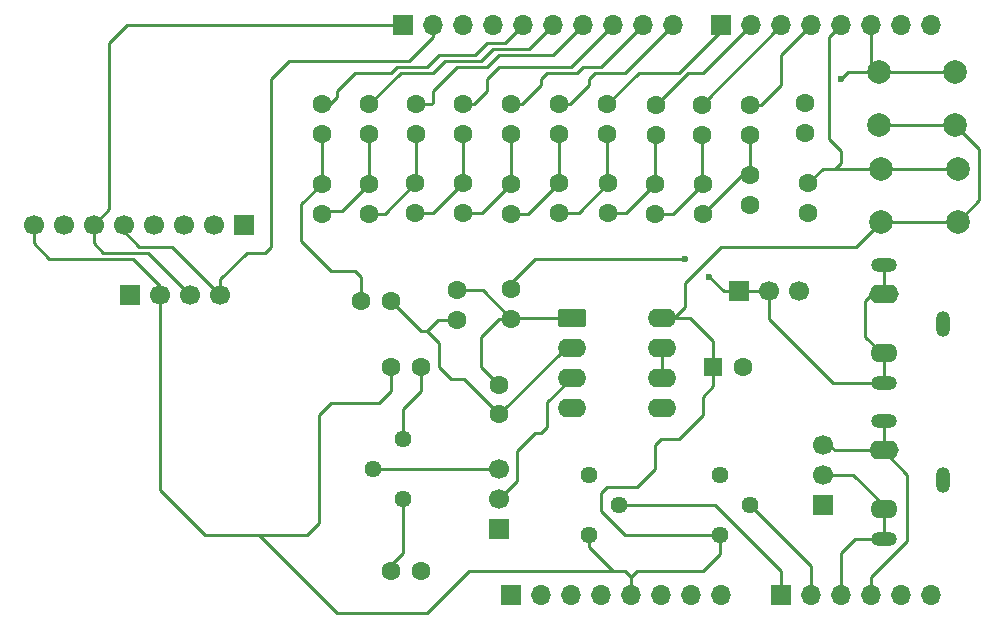
<source format=gbr>
%TF.GenerationSoftware,KiCad,Pcbnew,9.0.7*%
%TF.CreationDate,2026-02-15T19:22:42-07:00*%
%TF.ProjectId,PCB_Project,5043425f-5072-46f6-9a65-63742e6b6963,rev?*%
%TF.SameCoordinates,Original*%
%TF.FileFunction,Copper,L1,Top*%
%TF.FilePolarity,Positive*%
%FSLAX46Y46*%
G04 Gerber Fmt 4.6, Leading zero omitted, Abs format (unit mm)*
G04 Created by KiCad (PCBNEW 9.0.7) date 2026-02-15 19:22:42*
%MOMM*%
%LPD*%
G01*
G04 APERTURE LIST*
G04 Aperture macros list*
%AMRoundRect*
0 Rectangle with rounded corners*
0 $1 Rounding radius*
0 $2 $3 $4 $5 $6 $7 $8 $9 X,Y pos of 4 corners*
0 Add a 4 corners polygon primitive as box body*
4,1,4,$2,$3,$4,$5,$6,$7,$8,$9,$2,$3,0*
0 Add four circle primitives for the rounded corners*
1,1,$1+$1,$2,$3*
1,1,$1+$1,$4,$5*
1,1,$1+$1,$6,$7*
1,1,$1+$1,$8,$9*
0 Add four rect primitives between the rounded corners*
20,1,$1+$1,$2,$3,$4,$5,0*
20,1,$1+$1,$4,$5,$6,$7,0*
20,1,$1+$1,$6,$7,$8,$9,0*
20,1,$1+$1,$8,$9,$2,$3,0*%
G04 Aperture macros list end*
%TA.AperFunction,ComponentPad*%
%ADD10O,2.200000X1.200000*%
%TD*%
%TA.AperFunction,ComponentPad*%
%ADD11O,2.300000X1.600000*%
%TD*%
%TA.AperFunction,ComponentPad*%
%ADD12O,1.200000X2.200000*%
%TD*%
%TA.AperFunction,ComponentPad*%
%ADD13O,2.500000X1.600000*%
%TD*%
%TA.AperFunction,ComponentPad*%
%ADD14R,1.700000X1.700000*%
%TD*%
%TA.AperFunction,ComponentPad*%
%ADD15O,1.700000X1.700000*%
%TD*%
%TA.AperFunction,ComponentPad*%
%ADD16C,1.600000*%
%TD*%
%TA.AperFunction,ComponentPad*%
%ADD17C,1.700000*%
%TD*%
%TA.AperFunction,ComponentPad*%
%ADD18C,1.440000*%
%TD*%
%TA.AperFunction,ComponentPad*%
%ADD19RoundRect,0.250000X-0.550000X-0.550000X0.550000X-0.550000X0.550000X0.550000X-0.550000X0.550000X0*%
%TD*%
%TA.AperFunction,ComponentPad*%
%ADD20RoundRect,0.250000X-0.950000X-0.550000X0.950000X-0.550000X0.950000X0.550000X-0.950000X0.550000X0*%
%TD*%
%TA.AperFunction,ComponentPad*%
%ADD21O,2.400000X1.600000*%
%TD*%
%TA.AperFunction,ComponentPad*%
%ADD22C,2.000000*%
%TD*%
%TA.AperFunction,ViaPad*%
%ADD23C,0.600000*%
%TD*%
%TA.AperFunction,Conductor*%
%ADD24C,0.250000*%
%TD*%
G04 APERTURE END LIST*
D10*
%TO.P,J11,R*%
%TO.N,/AUDIO_OUT*%
X159516000Y-79520000D03*
D11*
%TO.P,J11,RN*%
X159516000Y-77020000D03*
D12*
%TO.P,J11,S*%
%TO.N,GND*%
X164516000Y-74520000D03*
D10*
%TO.P,J11,T*%
%TO.N,/AUDIO_OUT*%
X159516000Y-69520000D03*
D13*
%TO.P,J11,TN*%
X159516000Y-72020000D03*
%TD*%
D10*
%TO.P,J10,R*%
%TO.N,/IN_RIGHT*%
X159516000Y-92728000D03*
D11*
%TO.P,J10,RN*%
X159516000Y-90228000D03*
D12*
%TO.P,J10,S*%
%TO.N,GND*%
X164516000Y-87728000D03*
D10*
%TO.P,J10,T*%
%TO.N,/IN_LEFT*%
X159516000Y-82728000D03*
D13*
%TO.P,J10,TN*%
X159516000Y-85228000D03*
%TD*%
D14*
%TO.P,J1,1,Pin_1*%
%TO.N,unconnected-(J1-Pin_1-Pad1)*%
X127940000Y-97460000D03*
D15*
%TO.P,J1,2,Pin_2*%
%TO.N,/IOREF*%
X130480000Y-97460000D03*
%TO.P,J1,3,Pin_3*%
%TO.N,/~{RESET}*%
X133020000Y-97460000D03*
%TO.P,J1,4,Pin_4*%
%TO.N,+3V3*%
X135560000Y-97460000D03*
%TO.P,J1,5,Pin_5*%
%TO.N,+5V*%
X138100000Y-97460000D03*
%TO.P,J1,6,Pin_6*%
%TO.N,GND*%
X140640000Y-97460000D03*
%TO.P,J1,7,Pin_7*%
X143180000Y-97460000D03*
%TO.P,J1,8,Pin_8*%
%TO.N,VCC*%
X145720000Y-97460000D03*
%TD*%
D14*
%TO.P,J3,1,Pin_1*%
%TO.N,/A0*%
X150800000Y-97460000D03*
D15*
%TO.P,J3,2,Pin_2*%
%TO.N,/A1*%
X153340000Y-97460000D03*
%TO.P,J3,3,Pin_3*%
%TO.N,/IN_RIGHT*%
X155880000Y-97460000D03*
%TO.P,J3,4,Pin_4*%
%TO.N,/IN_LEFT*%
X158420000Y-97460000D03*
%TO.P,J3,5,Pin_5*%
%TO.N,/SDA{slash}A4*%
X160960000Y-97460000D03*
%TO.P,J3,6,Pin_6*%
%TO.N,/SCL{slash}A5*%
X163500000Y-97460000D03*
%TD*%
D14*
%TO.P,J2,1,Pin_1*%
%TO.N,/SCL*%
X118796000Y-49200000D03*
D15*
%TO.P,J2,2,Pin_2*%
%TO.N,/SDA*%
X121336000Y-49200000D03*
%TO.P,J2,3,Pin_3*%
%TO.N,/AREF*%
X123876000Y-49200000D03*
%TO.P,J2,4,Pin_4*%
%TO.N,GND*%
X126416000Y-49200000D03*
%TO.P,J2,5,Pin_5*%
%TO.N,/D9*%
X128956000Y-49200000D03*
%TO.P,J2,6,Pin_6*%
%TO.N,/D8*%
X131496000Y-49200000D03*
%TO.P,J2,7,Pin_7*%
%TO.N,/D7*%
X134036000Y-49200000D03*
%TO.P,J2,8,Pin_8*%
%TO.N,/D6*%
X136576000Y-49200000D03*
%TO.P,J2,9,Pin_9*%
%TO.N,/D5*%
X139116000Y-49200000D03*
%TO.P,J2,10,Pin_10*%
%TO.N,/D4*%
X141656000Y-49200000D03*
%TD*%
D14*
%TO.P,J4,1,Pin_1*%
%TO.N,/D3*%
X145720000Y-49200000D03*
D15*
%TO.P,J4,2,Pin_2*%
%TO.N,/D2*%
X148260000Y-49200000D03*
%TO.P,J4,3,Pin_3*%
%TO.N,/D1*%
X150800000Y-49200000D03*
%TO.P,J4,4,Pin_4*%
%TO.N,/D0*%
X153340000Y-49200000D03*
%TO.P,J4,5,Pin_5*%
%TO.N,/BT2*%
X155880000Y-49200000D03*
%TO.P,J4,6,Pin_6*%
%TO.N,/BT1*%
X158420000Y-49200000D03*
%TO.P,J4,7,Pin_7*%
%TO.N,/TX{slash}1*%
X160960000Y-49200000D03*
%TO.P,J4,8,Pin_8*%
%TO.N,/RX{slash}0*%
X163500000Y-49200000D03*
%TD*%
D16*
%TO.P,R19,1*%
%TO.N,Net-(R19-Pad1)*%
X115870000Y-62680000D03*
%TO.P,R19,2*%
%TO.N,Net-(R17-Pad1)*%
X115870000Y-65220000D03*
%TD*%
D14*
%TO.P,J12,1,Pin_1*%
%TO.N,GND*%
X154356000Y-89840000D03*
D17*
%TO.P,J12,2,Pin_2*%
%TO.N,/IN_RIGHT*%
X154356000Y-87300000D03*
%TO.P,J12,3,Pin_3*%
%TO.N,/IN_LEFT*%
X154356000Y-84760000D03*
%TD*%
D16*
%TO.P,C2,1*%
%TO.N,Net-(U1A--)*%
X126924000Y-82180000D03*
%TO.P,C2,2*%
%TO.N,Net-(C2-Pad2)*%
X126924000Y-79680000D03*
%TD*%
%TO.P,R17,1*%
%TO.N,Net-(R17-Pad1)*%
X119820000Y-62640000D03*
%TO.P,R17,2*%
%TO.N,Net-(R15-Pad1)*%
X119820000Y-65180000D03*
%TD*%
%TO.P,R6,1*%
%TO.N,Net-(R5-Pad1)*%
X144100000Y-58520000D03*
%TO.P,R6,2*%
%TO.N,/D1*%
X144100000Y-55980000D03*
%TD*%
%TO.P,R25,1*%
%TO.N,+5V*%
X117780000Y-78156000D03*
%TO.P,R25,2*%
%TO.N,Net-(R25-Pad2)*%
X120320000Y-78156000D03*
%TD*%
%TO.P,R21,1*%
%TO.N,Net-(R21-Pad1)*%
X111880000Y-62680000D03*
%TO.P,R21,2*%
%TO.N,Net-(R19-Pad1)*%
X111880000Y-65220000D03*
%TD*%
%TO.P,R3,1*%
%TO.N,GND*%
X148130000Y-64450000D03*
%TO.P,R3,2*%
%TO.N,Net-(R3-Pad2)*%
X148130000Y-61910000D03*
%TD*%
%TO.P,R27,1*%
%TO.N,/AUDIO_OUT*%
X127940000Y-71552000D03*
%TO.P,R27,2*%
%TO.N,Net-(C2-Pad2)*%
X127940000Y-74092000D03*
%TD*%
D18*
%TO.P,RV3,1,1*%
%TO.N,Net-(R25-Pad2)*%
X118796000Y-84252000D03*
%TO.P,RV3,2,2*%
%TO.N,Net-(J9-Pin_3)*%
X116256000Y-86792000D03*
%TO.P,RV3,3,3*%
%TO.N,Net-(R26-Pad1)*%
X118796000Y-89332000D03*
%TD*%
D16*
%TO.P,R7,1*%
%TO.N,Net-(R7-Pad1)*%
X140140000Y-62660000D03*
%TO.P,R7,2*%
%TO.N,Net-(R5-Pad1)*%
X140140000Y-65200000D03*
%TD*%
%TO.P,R16,1*%
%TO.N,Net-(R15-Pad1)*%
X123860000Y-58490000D03*
%TO.P,R16,2*%
%TO.N,/D6*%
X123860000Y-55950000D03*
%TD*%
D19*
%TO.P,C1,1*%
%TO.N,+5V*%
X145045621Y-78156000D03*
D16*
%TO.P,C1,2*%
%TO.N,GND*%
X147545621Y-78156000D03*
%TD*%
%TO.P,R20,1*%
%TO.N,Net-(R19-Pad1)*%
X115880000Y-58510000D03*
%TO.P,R20,2*%
%TO.N,/D8*%
X115880000Y-55970000D03*
%TD*%
%TO.P,R4,1*%
%TO.N,Net-(R3-Pad2)*%
X148110000Y-58530000D03*
%TO.P,R4,2*%
%TO.N,/D0*%
X148110000Y-55990000D03*
%TD*%
D18*
%TO.P,RV1,1,1*%
%TO.N,+5V*%
X134544000Y-92380000D03*
%TO.P,RV1,2,2*%
%TO.N,/A0*%
X137084000Y-89840000D03*
%TO.P,RV1,3,3*%
%TO.N,GND*%
X134544000Y-87300000D03*
%TD*%
D16*
%TO.P,R5,1*%
%TO.N,Net-(R5-Pad1)*%
X144160000Y-62690000D03*
%TO.P,R5,2*%
%TO.N,Net-(R3-Pad2)*%
X144160000Y-65230000D03*
%TD*%
%TO.P,R14,1*%
%TO.N,Net-(R13-Pad1)*%
X127920000Y-58460000D03*
%TO.P,R14,2*%
%TO.N,/D5*%
X127920000Y-55920000D03*
%TD*%
%TO.P,R11,1*%
%TO.N,Net-(R11-Pad1)*%
X131970000Y-62610000D03*
%TO.P,R11,2*%
%TO.N,Net-(R10-Pad1)*%
X131970000Y-65150000D03*
%TD*%
D14*
%TO.P,J5,1,Pin_1*%
%TO.N,unconnected-(J5-Pin_1-Pad1)*%
X105299000Y-66142000D03*
D17*
%TO.P,J5,2,Pin_2*%
%TO.N,unconnected-(J5-Pin_2-Pad2)*%
X102759000Y-66142000D03*
%TO.P,J5,3,Pin_3*%
%TO.N,unconnected-(J5-Pin_3-Pad3)*%
X100219000Y-66142000D03*
%TO.P,J5,4,Pin_4*%
%TO.N,unconnected-(J5-Pin_4-Pad4)*%
X97679000Y-66142000D03*
%TO.P,J5,5,Pin_5*%
%TO.N,/SDA*%
X95139000Y-66142000D03*
%TO.P,J5,6,Pin_6*%
%TO.N,/SCL*%
X92599000Y-66142000D03*
%TO.P,J5,7,Pin_7*%
%TO.N,GND*%
X90059000Y-66142000D03*
%TO.P,J5,8,Pin_8*%
%TO.N,+5V*%
X87519000Y-66142000D03*
%TD*%
D16*
%TO.P,R15,1*%
%TO.N,Net-(R15-Pad1)*%
X123860000Y-62650000D03*
%TO.P,R15,2*%
%TO.N,Net-(R13-Pad1)*%
X123860000Y-65190000D03*
%TD*%
%TO.P,R8,1*%
%TO.N,Net-(R7-Pad1)*%
X140160000Y-58530000D03*
%TO.P,R8,2*%
%TO.N,/D2*%
X140160000Y-55990000D03*
%TD*%
%TO.P,R24,1*%
%TO.N,Net-(C2-Pad2)*%
X123368000Y-71698000D03*
%TO.P,R24,2*%
%TO.N,Net-(U1A--)*%
X123368000Y-74238000D03*
%TD*%
D20*
%TO.P,U1,1*%
%TO.N,Net-(C2-Pad2)*%
X133090000Y-74010000D03*
D21*
%TO.P,U1,2,-*%
%TO.N,Net-(U1A--)*%
X133090000Y-76550000D03*
%TO.P,U1,3,+*%
%TO.N,Net-(J9-Pin_2)*%
X133090000Y-79090000D03*
%TO.P,U1,4,V-*%
%TO.N,GND*%
X133090000Y-81630000D03*
%TO.P,U1,5,+*%
X140710000Y-81630000D03*
%TO.P,U1,6,-*%
%TO.N,Net-(U1B--)*%
X140710000Y-79090000D03*
%TO.P,U1,7*%
X140710000Y-76550000D03*
%TO.P,U1,8,V+*%
%TO.N,+5V*%
X140710000Y-74010000D03*
%TD*%
D22*
%TO.P,SW2,1,1*%
%TO.N,+5V*%
X165734000Y-65890000D03*
X159234000Y-65890000D03*
%TO.P,SW2,2,2*%
%TO.N,/BT2*%
X165734000Y-61390000D03*
X159234000Y-61390000D03*
%TD*%
D16*
%TO.P,R12,1*%
%TO.N,Net-(R11-Pad1)*%
X131970000Y-58460000D03*
%TO.P,R12,2*%
%TO.N,/D4*%
X131970000Y-55920000D03*
%TD*%
%TO.P,R23,1*%
%TO.N,Net-(U1A--)*%
X117780000Y-72568000D03*
%TO.P,R23,2*%
%TO.N,Net-(R21-Pad1)*%
X115240000Y-72568000D03*
%TD*%
D14*
%TO.P,J9,1,Pin_1*%
%TO.N,GND*%
X126924000Y-91872000D03*
D17*
%TO.P,J9,2,Pin_2*%
%TO.N,Net-(J9-Pin_2)*%
X126924000Y-89332000D03*
%TO.P,J9,3,Pin_3*%
%TO.N,Net-(J9-Pin_3)*%
X126924000Y-86792000D03*
%TD*%
D18*
%TO.P,RV2,1,1*%
%TO.N,+5V*%
X145600000Y-92380000D03*
%TO.P,RV2,2,2*%
%TO.N,/A1*%
X148140000Y-89840000D03*
%TO.P,RV2,3,3*%
%TO.N,GND*%
X145600000Y-87300000D03*
%TD*%
D22*
%TO.P,SW1,1,1*%
%TO.N,+5V*%
X165532000Y-57710000D03*
X159032000Y-57710000D03*
%TO.P,SW1,2,2*%
%TO.N,/BT1*%
X165532000Y-53210000D03*
X159032000Y-53210000D03*
%TD*%
D14*
%TO.P,J7,1,Pin_1*%
%TO.N,/AUDIO_OUT*%
X147244000Y-71760000D03*
D17*
%TO.P,J7,2,Pin_2*%
X149784000Y-71760000D03*
%TO.P,J7,3,Pin_3*%
%TO.N,GND*%
X152324000Y-71760000D03*
%TD*%
D16*
%TO.P,R26,1*%
%TO.N,Net-(R26-Pad1)*%
X117780000Y-95428000D03*
%TO.P,R26,2*%
%TO.N,GND*%
X120320000Y-95428000D03*
%TD*%
D14*
%TO.P,J6,1,Pin_1*%
%TO.N,GND*%
X95690000Y-72080000D03*
D17*
%TO.P,J6,2,Pin_2*%
%TO.N,+5V*%
X98230000Y-72080000D03*
%TO.P,J6,3,Pin_3*%
%TO.N,/SCL*%
X100770000Y-72080000D03*
%TO.P,J6,4,Pin_4*%
%TO.N,/SDA*%
X103310000Y-72080000D03*
%TD*%
D16*
%TO.P,R1,1*%
%TO.N,/BT1*%
X152832000Y-55804000D03*
%TO.P,R1,2*%
%TO.N,GND*%
X152832000Y-58344000D03*
%TD*%
%TO.P,R22,1*%
%TO.N,Net-(R21-Pad1)*%
X111920000Y-58490000D03*
%TO.P,R22,2*%
%TO.N,/D9*%
X111920000Y-55950000D03*
%TD*%
%TO.P,R13,1*%
%TO.N,Net-(R13-Pad1)*%
X127940000Y-62660000D03*
%TO.P,R13,2*%
%TO.N,Net-(R11-Pad1)*%
X127940000Y-65200000D03*
%TD*%
%TO.P,R18,1*%
%TO.N,Net-(R17-Pad1)*%
X119840000Y-58510000D03*
%TO.P,R18,2*%
%TO.N,/D7*%
X119840000Y-55970000D03*
%TD*%
%TO.P,R10,1*%
%TO.N,Net-(R10-Pad1)*%
X136060000Y-58490000D03*
%TO.P,R10,2*%
%TO.N,/D3*%
X136060000Y-55950000D03*
%TD*%
%TO.P,R9,1*%
%TO.N,Net-(R10-Pad1)*%
X136140000Y-62650000D03*
%TO.P,R9,2*%
%TO.N,Net-(R7-Pad1)*%
X136140000Y-65190000D03*
%TD*%
%TO.P,R2,1*%
%TO.N,/BT2*%
X153050000Y-62650000D03*
%TO.P,R2,2*%
%TO.N,GND*%
X153050000Y-65190000D03*
%TD*%
D23*
%TO.N,/BT1*%
X155880000Y-53772000D03*
%TO.N,/AUDIO_OUT*%
X144704000Y-70536000D03*
X142672000Y-69012000D03*
%TD*%
D24*
%TO.N,/AUDIO_OUT*%
X147244000Y-71760000D02*
X149784000Y-71760000D01*
%TO.N,Net-(U1B--)*%
X140710000Y-76550000D02*
X140710000Y-79090000D01*
%TO.N,+5V*%
X144196000Y-80696000D02*
X145045621Y-79846379D01*
X88824000Y-69012000D02*
X87519000Y-67707000D01*
X140640000Y-84252000D02*
X142164000Y-84252000D01*
X140132000Y-86792000D02*
X140132000Y-84760000D01*
X145045621Y-79846379D02*
X145045621Y-78156000D01*
X95936000Y-69012000D02*
X88824000Y-69012000D01*
X98230000Y-71306000D02*
X95936000Y-69012000D01*
X117780000Y-80188000D02*
X116764000Y-81204000D01*
X135560000Y-88824000D02*
X136068000Y-88316000D01*
X98230000Y-72080000D02*
X98230000Y-88578000D01*
X145600000Y-92500000D02*
X145600000Y-91790000D01*
X110668000Y-92380000D02*
X106604000Y-92380000D01*
X116764000Y-81204000D02*
X112700000Y-81204000D01*
X138100000Y-95936000D02*
X137592000Y-95428000D01*
X134544000Y-92380000D02*
X134544000Y-93396000D01*
X112700000Y-81204000D02*
X111684000Y-82220000D01*
X142164000Y-84252000D02*
X144196000Y-82220000D01*
X145045621Y-75957621D02*
X145045621Y-78156000D01*
X124384000Y-95428000D02*
X137084000Y-95428000D01*
X167564000Y-59742000D02*
X167564000Y-64060000D01*
X111684000Y-91364000D02*
X110668000Y-92380000D01*
X117780000Y-78156000D02*
X117780000Y-80188000D01*
X113208000Y-98984000D02*
X106604000Y-92380000D01*
X145600000Y-92380000D02*
X137592000Y-92380000D01*
X138608000Y-88316000D02*
X140132000Y-86792000D01*
X140132000Y-84760000D02*
X140640000Y-84252000D01*
X143098000Y-74010000D02*
X145045621Y-75957621D01*
X136068000Y-88316000D02*
X138608000Y-88316000D01*
X134544000Y-93396000D02*
X136576000Y-95428000D01*
X144196000Y-95428000D02*
X145600000Y-94024000D01*
X87519000Y-67707000D02*
X87519000Y-66142000D01*
X157128000Y-67996000D02*
X145720000Y-67996000D01*
X137084000Y-95428000D02*
X136576000Y-95428000D01*
X165532000Y-57710000D02*
X159032000Y-57710000D01*
X159234000Y-65890000D02*
X157128000Y-67996000D01*
X137592000Y-95428000D02*
X137084000Y-95428000D01*
X106604000Y-92380000D02*
X102032000Y-92380000D01*
X120828000Y-98984000D02*
X113208000Y-98984000D01*
X98230000Y-72080000D02*
X98230000Y-71306000D01*
X141738000Y-74010000D02*
X140710000Y-74010000D01*
X137592000Y-92380000D02*
X135560000Y-90348000D01*
X124384000Y-95428000D02*
X120828000Y-98984000D01*
X144196000Y-82220000D02*
X144196000Y-80696000D01*
X135560000Y-90348000D02*
X135560000Y-88824000D01*
X138100000Y-97460000D02*
X138100000Y-95936000D01*
X138608000Y-95428000D02*
X144196000Y-95428000D01*
X167564000Y-64060000D02*
X165734000Y-65890000D01*
X138100000Y-95936000D02*
X138608000Y-95428000D01*
X145720000Y-67996000D02*
X142672000Y-71044000D01*
X142672000Y-73076000D02*
X141738000Y-74010000D01*
X111684000Y-82220000D02*
X111684000Y-91364000D01*
X98230000Y-88578000D02*
X102032000Y-92380000D01*
X165532000Y-57710000D02*
X167564000Y-59742000D01*
X140710000Y-74010000D02*
X143098000Y-74010000D01*
X159234000Y-65890000D02*
X165734000Y-65890000D01*
X145600000Y-94024000D02*
X145600000Y-92380000D01*
X142672000Y-71044000D02*
X142672000Y-73076000D01*
%TO.N,/A0*%
X137084000Y-89840000D02*
X145212000Y-89840000D01*
X150800000Y-95428000D02*
X150800000Y-97460000D01*
X145212000Y-89840000D02*
X150800000Y-95428000D01*
%TO.N,/A1*%
X153340000Y-95040000D02*
X153340000Y-97460000D01*
X148140000Y-89840000D02*
X153340000Y-95040000D01*
%TO.N,Net-(U1A--)*%
X120320000Y-75108000D02*
X117780000Y-72568000D01*
X121844000Y-76124000D02*
X120828000Y-75108000D01*
X132554000Y-76550000D02*
X126924000Y-82180000D01*
X126924000Y-82180000D02*
X123916000Y-79172000D01*
X121844000Y-78156000D02*
X121844000Y-76124000D01*
X123916000Y-79172000D02*
X122860000Y-79172000D01*
X122860000Y-79172000D02*
X121844000Y-78156000D01*
X133090000Y-76550000D02*
X132554000Y-76550000D01*
X121698000Y-74238000D02*
X123368000Y-74238000D01*
X120828000Y-75108000D02*
X121698000Y-74238000D01*
X120828000Y-75108000D02*
X120320000Y-75108000D01*
%TO.N,Net-(C2-Pad2)*%
X128448000Y-74092000D02*
X128530000Y-74010000D01*
X123368000Y-71698000D02*
X125546000Y-71698000D01*
X126924000Y-74092000D02*
X127940000Y-74092000D01*
X128530000Y-74010000D02*
X133090000Y-74010000D01*
X125546000Y-71698000D02*
X127940000Y-74092000D01*
X126924000Y-79680000D02*
X125400000Y-78156000D01*
X127940000Y-74092000D02*
X128448000Y-74092000D01*
X125400000Y-78156000D02*
X125400000Y-75616000D01*
X125400000Y-75616000D02*
X126924000Y-74092000D01*
%TO.N,/D7*%
X131496000Y-51740000D02*
X126924000Y-51740000D01*
X121336000Y-55804000D02*
X121170000Y-55970000D01*
X134036000Y-49200000D02*
X131496000Y-51740000D01*
X126924000Y-51740000D02*
X125908000Y-52756000D01*
X121170000Y-55970000D02*
X119840000Y-55970000D01*
X123368000Y-52756000D02*
X121336000Y-54788000D01*
X125908000Y-52756000D02*
X123368000Y-52756000D01*
X121336000Y-54788000D02*
X121336000Y-55804000D01*
%TO.N,/SCL*%
X95428000Y-49200000D02*
X118796000Y-49200000D01*
X92599000Y-67707000D02*
X93396000Y-68504000D01*
X92599000Y-66142000D02*
X93904000Y-64837000D01*
X93396000Y-68504000D02*
X97194000Y-68504000D01*
X92599000Y-66142000D02*
X92599000Y-67707000D01*
X93904000Y-64837000D02*
X93904000Y-50724000D01*
X93904000Y-50724000D02*
X95428000Y-49200000D01*
X100770000Y-72080000D02*
X100770000Y-71814000D01*
X97194000Y-68504000D02*
X100770000Y-72080000D01*
%TO.N,/D8*%
X129464000Y-51232000D02*
X126416000Y-51232000D01*
X122352000Y-52248000D02*
X121336000Y-53264000D01*
X131496000Y-49200000D02*
X129464000Y-51232000D01*
X125400000Y-52248000D02*
X122352000Y-52248000D01*
X118586000Y-53264000D02*
X115880000Y-55970000D01*
X121336000Y-53264000D02*
X118586000Y-53264000D01*
X126416000Y-51232000D02*
X125400000Y-52248000D01*
%TO.N,/D9*%
X121844000Y-51740000D02*
X120828000Y-52756000D01*
X127432000Y-50724000D02*
X125908000Y-50724000D01*
X112554000Y-55950000D02*
X111920000Y-55950000D01*
X120828000Y-52756000D02*
X118288000Y-52756000D01*
X125908000Y-50724000D02*
X124892000Y-51740000D01*
X117780000Y-53264000D02*
X114732000Y-53264000D01*
X113208000Y-55296000D02*
X112554000Y-55950000D01*
X124892000Y-51740000D02*
X121844000Y-51740000D01*
X118288000Y-52756000D02*
X117780000Y-53264000D01*
X114732000Y-53264000D02*
X113208000Y-54788000D01*
X113208000Y-54788000D02*
X113208000Y-55296000D01*
X128956000Y-49200000D02*
X127432000Y-50724000D01*
%TO.N,/D6*%
X125908000Y-53772000D02*
X125908000Y-54788000D01*
X124746000Y-55950000D02*
X123860000Y-55950000D01*
X133020000Y-52756000D02*
X126924000Y-52756000D01*
X136576000Y-49200000D02*
X133020000Y-52756000D01*
X125908000Y-54788000D02*
X124746000Y-55950000D01*
X126924000Y-52756000D02*
X125908000Y-53772000D01*
%TO.N,/SDA*%
X109144000Y-52248000D02*
X119304000Y-52248000D01*
X107620000Y-67996000D02*
X107620000Y-53772000D01*
X95139000Y-66691000D02*
X95139000Y-66142000D01*
X103310000Y-72080000D02*
X99226000Y-67996000D01*
X107112000Y-68504000D02*
X107620000Y-67996000D01*
X99226000Y-67996000D02*
X96444000Y-67996000D01*
X103310000Y-72080000D02*
X103310000Y-70782000D01*
X121336000Y-50216000D02*
X121336000Y-49200000D01*
X103310000Y-70782000D02*
X105588000Y-68504000D01*
X107620000Y-53772000D02*
X109144000Y-52248000D01*
X105588000Y-68504000D02*
X107112000Y-68504000D01*
X119304000Y-52248000D02*
X121336000Y-50216000D01*
X96444000Y-67996000D02*
X95139000Y-66691000D01*
%TO.N,/D4*%
X137592000Y-53264000D02*
X141656000Y-49200000D01*
X132904000Y-55920000D02*
X134544000Y-54280000D01*
X134544000Y-54280000D02*
X134544000Y-53772000D01*
X135052000Y-53264000D02*
X137592000Y-53264000D01*
X134544000Y-53772000D02*
X135052000Y-53264000D01*
X131970000Y-55920000D02*
X132904000Y-55920000D01*
%TO.N,/D5*%
X127920000Y-55920000D02*
X128840000Y-55920000D01*
X128840000Y-55920000D02*
X130480000Y-54280000D01*
X133528000Y-53264000D02*
X133979000Y-52813000D01*
X133979000Y-52813000D02*
X135503000Y-52813000D01*
X135503000Y-52813000D02*
X139116000Y-49200000D01*
X130480000Y-53772000D02*
X130988000Y-53264000D01*
X130480000Y-54280000D02*
X130480000Y-53772000D01*
X130988000Y-53264000D02*
X133528000Y-53264000D01*
%TO.N,/IN_RIGHT*%
X156896000Y-87300000D02*
X154356000Y-87300000D01*
X159516000Y-90228000D02*
X159516000Y-89920000D01*
X157056000Y-92728000D02*
X155880000Y-93904000D01*
X155880000Y-93904000D02*
X155880000Y-97460000D01*
X159516000Y-89920000D02*
X156896000Y-87300000D01*
X159516000Y-92728000D02*
X159516000Y-90228000D01*
X159516000Y-92728000D02*
X157056000Y-92728000D01*
%TO.N,/IN_LEFT*%
X159516000Y-82728000D02*
X159516000Y-85228000D01*
X161468000Y-92888000D02*
X158420000Y-95936000D01*
X155332000Y-85228000D02*
X159516000Y-85228000D01*
X154356000Y-84760000D02*
X154864000Y-84760000D01*
X159516000Y-85348000D02*
X161468000Y-87300000D01*
X161468000Y-87300000D02*
X161468000Y-92888000D01*
X158420000Y-95936000D02*
X158420000Y-97460000D01*
X159516000Y-85228000D02*
X159516000Y-85348000D01*
X154864000Y-84760000D02*
X155332000Y-85228000D01*
%TO.N,/BT1*%
X159032000Y-53210000D02*
X156442000Y-53210000D01*
X158420000Y-52598000D02*
X159032000Y-53210000D01*
X159032000Y-53210000D02*
X165532000Y-53210000D01*
X158420000Y-49200000D02*
X158420000Y-52598000D01*
X156442000Y-53210000D02*
X155880000Y-53772000D01*
%TO.N,/D3*%
X145720000Y-49708000D02*
X145720000Y-49200000D01*
X138746000Y-53264000D02*
X142164000Y-53264000D01*
X142164000Y-53264000D02*
X145720000Y-49708000D01*
X136060000Y-55950000D02*
X138746000Y-53264000D01*
%TO.N,/BT2*%
X165734000Y-61390000D02*
X159234000Y-61390000D01*
X155374000Y-61390000D02*
X159234000Y-61390000D01*
X155372000Y-61392000D02*
X155374000Y-61390000D01*
X155880000Y-60884000D02*
X155374000Y-61390000D01*
X153050000Y-62650000D02*
X154308000Y-61392000D01*
X154308000Y-61392000D02*
X155372000Y-61392000D01*
X154864000Y-58852000D02*
X155880000Y-59868000D01*
X154864000Y-50216000D02*
X154864000Y-58852000D01*
X155880000Y-59868000D02*
X155880000Y-60884000D01*
X155880000Y-49200000D02*
X154864000Y-50216000D01*
%TO.N,/D2*%
X144196000Y-53264000D02*
X148260000Y-49200000D01*
X142886000Y-53264000D02*
X144196000Y-53264000D01*
X140160000Y-55990000D02*
X142886000Y-53264000D01*
%TO.N,/D0*%
X148110000Y-55990000D02*
X149090000Y-55990000D01*
X150800000Y-51740000D02*
X153340000Y-49200000D01*
X149090000Y-55990000D02*
X150800000Y-54280000D01*
X150800000Y-54280000D02*
X150800000Y-51740000D01*
%TO.N,/D1*%
X150800000Y-49280000D02*
X150800000Y-49200000D01*
X144100000Y-55980000D02*
X150800000Y-49280000D01*
%TO.N,/AUDIO_OUT*%
X159316000Y-77020000D02*
X157912000Y-75616000D01*
X159516000Y-79520000D02*
X155212000Y-79520000D01*
X159516000Y-72020000D02*
X159516000Y-69520000D01*
X128956000Y-70028000D02*
X129972000Y-69012000D01*
X149784000Y-74092000D02*
X149784000Y-71760000D01*
X158460000Y-72020000D02*
X159516000Y-72020000D01*
X144704000Y-70536000D02*
X145928000Y-71760000D01*
X142046000Y-69012000D02*
X142672000Y-69012000D01*
X129972000Y-69012000D02*
X142046000Y-69012000D01*
X127940000Y-71552000D02*
X127940000Y-71044000D01*
X159516000Y-77020000D02*
X159316000Y-77020000D01*
X127940000Y-71044000D02*
X128956000Y-70028000D01*
X155212000Y-79520000D02*
X149784000Y-74092000D01*
X145928000Y-71760000D02*
X147244000Y-71760000D01*
X157912000Y-72568000D02*
X158460000Y-72020000D01*
X157912000Y-75616000D02*
X157912000Y-72568000D01*
X159516000Y-77020000D02*
X159516000Y-79520000D01*
%TO.N,Net-(J9-Pin_2)*%
X130480000Y-83744000D02*
X130988000Y-83236000D01*
X128448000Y-87808000D02*
X128448000Y-85268000D01*
X130988000Y-83236000D02*
X130988000Y-81192000D01*
X128448000Y-85268000D02*
X129972000Y-83744000D01*
X130988000Y-81192000D02*
X133090000Y-79090000D01*
X129972000Y-83744000D02*
X130480000Y-83744000D01*
X126924000Y-89332000D02*
X128448000Y-87808000D01*
%TO.N,Net-(J9-Pin_3)*%
X126924000Y-86792000D02*
X116256000Y-86792000D01*
%TO.N,Net-(R3-Pad2)*%
X148110000Y-61890000D02*
X148130000Y-61910000D01*
X144160000Y-65230000D02*
X147480000Y-61910000D01*
X147480000Y-61910000D02*
X148130000Y-61910000D01*
X148110000Y-58530000D02*
X148110000Y-61890000D01*
%TO.N,Net-(R5-Pad1)*%
X144100000Y-58520000D02*
X144100000Y-62630000D01*
X141650000Y-65200000D02*
X144160000Y-62690000D01*
X144100000Y-62630000D02*
X144160000Y-62690000D01*
X140140000Y-65200000D02*
X141650000Y-65200000D01*
%TO.N,Net-(R7-Pad1)*%
X140140000Y-62660000D02*
X140140000Y-58550000D01*
X136140000Y-65190000D02*
X137610000Y-65190000D01*
X137610000Y-65190000D02*
X140140000Y-62660000D01*
X140140000Y-58550000D02*
X140160000Y-58530000D01*
%TO.N,Net-(R10-Pad1)*%
X136060000Y-62570000D02*
X136140000Y-62650000D01*
X131970000Y-65150000D02*
X133640000Y-65150000D01*
X133640000Y-65150000D02*
X136140000Y-62650000D01*
X136060000Y-58490000D02*
X136060000Y-62570000D01*
%TO.N,Net-(R11-Pad1)*%
X131970000Y-58460000D02*
X131970000Y-62610000D01*
X129380000Y-65200000D02*
X131970000Y-62610000D01*
X127940000Y-65200000D02*
X129380000Y-65200000D01*
%TO.N,Net-(R13-Pad1)*%
X127920000Y-62640000D02*
X127940000Y-62660000D01*
X123860000Y-65190000D02*
X125410000Y-65190000D01*
X125410000Y-65190000D02*
X127940000Y-62660000D01*
X127920000Y-58460000D02*
X127920000Y-62640000D01*
%TO.N,Net-(R15-Pad1)*%
X123860000Y-58490000D02*
X123860000Y-62650000D01*
X119820000Y-65180000D02*
X121330000Y-65180000D01*
X121330000Y-65180000D02*
X123860000Y-62650000D01*
%TO.N,Net-(R17-Pad1)*%
X119840000Y-58510000D02*
X119840000Y-62620000D01*
X119840000Y-62620000D02*
X119820000Y-62640000D01*
X117240000Y-65220000D02*
X119820000Y-62640000D01*
X115870000Y-65220000D02*
X117240000Y-65220000D01*
%TO.N,Net-(R19-Pad1)*%
X115880000Y-58510000D02*
X115880000Y-62670000D01*
X113602000Y-64948000D02*
X112152000Y-64948000D01*
X115870000Y-62680000D02*
X113602000Y-64948000D01*
X115880000Y-62670000D02*
X115870000Y-62680000D01*
X112152000Y-64948000D02*
X111880000Y-65220000D01*
%TO.N,Net-(R21-Pad1)*%
X111920000Y-58490000D02*
X111920000Y-62640000D01*
X111880000Y-62680000D02*
X110160000Y-64400000D01*
X114732000Y-70028000D02*
X115240000Y-70536000D01*
X111920000Y-62640000D02*
X111880000Y-62680000D01*
X115240000Y-70536000D02*
X115240000Y-72568000D01*
X112700000Y-70028000D02*
X114732000Y-70028000D01*
X110160000Y-64400000D02*
X110160000Y-67488000D01*
X110160000Y-67488000D02*
X112700000Y-70028000D01*
%TO.N,Net-(R25-Pad2)*%
X118796000Y-81712000D02*
X120320000Y-80188000D01*
X118796000Y-84252000D02*
X118796000Y-81712000D01*
X120320000Y-80188000D02*
X120320000Y-78156000D01*
%TO.N,Net-(R26-Pad1)*%
X118796000Y-93904000D02*
X118796000Y-89332000D01*
X117780000Y-94920000D02*
X118796000Y-93904000D01*
X117780000Y-95428000D02*
X117780000Y-94920000D01*
%TD*%
M02*

</source>
